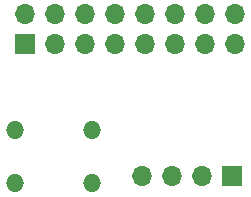
<source format=gbs>
G04 #@! TF.GenerationSoftware,KiCad,Pcbnew,(5.1.9)-1*
G04 #@! TF.CreationDate,2021-01-19T23:29:13-08:00*
G04 #@! TF.ProjectId,RPI_FS_HAT_REV1,5250495f-4653-45f4-9841-545f52455631,1*
G04 #@! TF.SameCoordinates,Original*
G04 #@! TF.FileFunction,Soldermask,Bot*
G04 #@! TF.FilePolarity,Negative*
%FSLAX46Y46*%
G04 Gerber Fmt 4.6, Leading zero omitted, Abs format (unit mm)*
G04 Created by KiCad (PCBNEW (5.1.9)-1) date 2021-01-19 23:29:13*
%MOMM*%
%LPD*%
G01*
G04 APERTURE LIST*
%ADD10O,1.700000X1.700000*%
%ADD11R,1.700000X1.700000*%
%ADD12O,1.524000X1.524000*%
G04 APERTURE END LIST*
D10*
G04 #@! TO.C,J1*
X161290000Y-111760000D03*
X161290000Y-114300000D03*
X158750000Y-111760000D03*
X158750000Y-114300000D03*
X156210000Y-111760000D03*
X156210000Y-114300000D03*
X153670000Y-111760000D03*
X153670000Y-114300000D03*
X151130000Y-111760000D03*
X151130000Y-114300000D03*
X148590000Y-111760000D03*
X148590000Y-114300000D03*
X146050000Y-111760000D03*
X146050000Y-114300000D03*
X143510000Y-111760000D03*
D11*
X143510000Y-114300000D03*
G04 #@! TD*
D12*
G04 #@! TO.C,SW1*
X149174200Y-126085600D03*
X142671800Y-126085600D03*
X149174200Y-121564400D03*
X142671800Y-121564400D03*
G04 #@! TD*
D11*
G04 #@! TO.C,U1*
X161036000Y-125476000D03*
D10*
X158496000Y-125476000D03*
X155956000Y-125476000D03*
X153416000Y-125476000D03*
G04 #@! TD*
M02*

</source>
